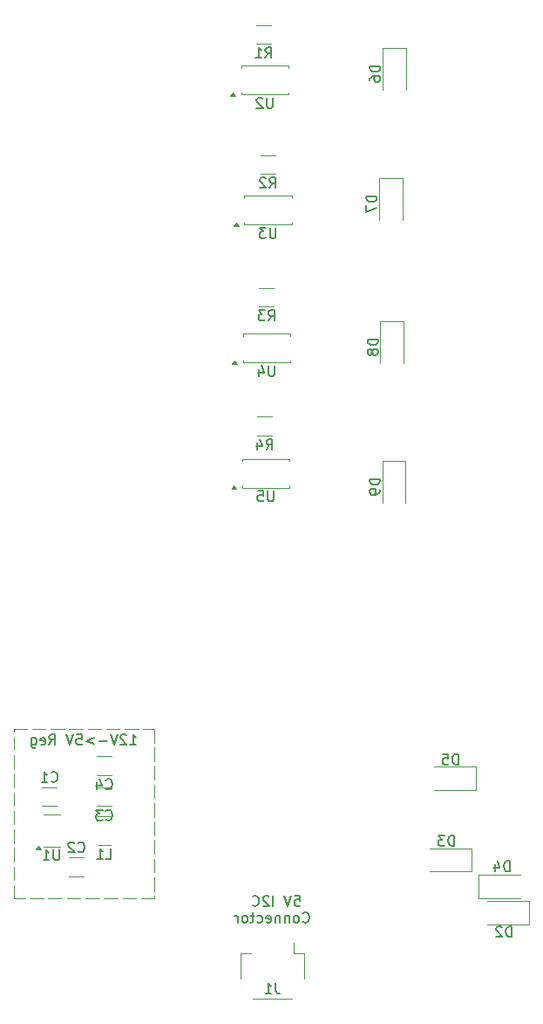
<source format=gbr>
%TF.GenerationSoftware,KiCad,Pcbnew,8.0.5*%
%TF.CreationDate,2024-09-29T21:47:55-04:00*%
%TF.ProjectId,BREAD_Slice,42524541-445f-4536-9c69-63652e6b6963,rev?*%
%TF.SameCoordinates,PX74eba40PY8552dc0*%
%TF.FileFunction,Legend,Bot*%
%TF.FilePolarity,Positive*%
%FSLAX46Y46*%
G04 Gerber Fmt 4.6, Leading zero omitted, Abs format (unit mm)*
G04 Created by KiCad (PCBNEW 8.0.5) date 2024-09-29 21:47:55*
%MOMM*%
%LPD*%
G01*
G04 APERTURE LIST*
%ADD10C,0.120000*%
%ADD11C,0.150000*%
G04 APERTURE END LIST*
D10*
X2450000Y26913000D02*
X3770000Y26913000D01*
X4250000Y26913000D02*
X5570000Y26913000D01*
X6050000Y26913000D02*
X7370000Y26913000D01*
X7850000Y26913000D02*
X9170000Y26913000D01*
X9650000Y26913000D02*
X10970000Y26913000D01*
X11450000Y26913000D02*
X12770000Y26913000D01*
X13250000Y26913000D02*
X14570000Y26913000D01*
X15050000Y26913000D02*
X16150000Y26913000D01*
X16150000Y26913000D02*
X16150000Y25593000D01*
X16150000Y25113000D02*
X16150000Y23793000D01*
X16150000Y23313000D02*
X16150000Y21993000D01*
X16150000Y21513000D02*
X16150000Y20193000D01*
X16150000Y19713000D02*
X16150000Y18393000D01*
X16150000Y17913000D02*
X16150000Y16593000D01*
X16150000Y16113000D02*
X16150000Y14793000D01*
X16150000Y14313000D02*
X16150000Y12993000D01*
X16150000Y12513000D02*
X16150000Y11193000D01*
X16150000Y10713000D02*
X16150000Y10445000D01*
X16150000Y10445000D02*
X14830000Y10445000D01*
X14350000Y10445000D02*
X13030000Y10445000D01*
X12550000Y10445000D02*
X11230000Y10445000D01*
X10750000Y10445000D02*
X9430000Y10445000D01*
X8950000Y10445000D02*
X7630000Y10445000D01*
X7150000Y10445000D02*
X5830000Y10445000D01*
X5350000Y10445000D02*
X4030000Y10445000D01*
X3550000Y10445000D02*
X2450000Y10445000D01*
X2450000Y10445000D02*
X2450000Y11765000D01*
X2450000Y12245000D02*
X2450000Y13565000D01*
X2450000Y14045000D02*
X2450000Y15365000D01*
X2450000Y15845000D02*
X2450000Y17165000D01*
X2450000Y17645000D02*
X2450000Y18965000D01*
X2450000Y19445000D02*
X2450000Y20765000D01*
X2450000Y21245000D02*
X2450000Y22565000D01*
X2450000Y23045000D02*
X2450000Y24365000D01*
X2450000Y24845000D02*
X2450000Y26165000D01*
X2450000Y26645000D02*
X2450000Y26913000D01*
D11*
X13773809Y25375181D02*
X14345237Y25375181D01*
X14059523Y25375181D02*
X14059523Y26375181D01*
X14059523Y26375181D02*
X14154761Y26232324D01*
X14154761Y26232324D02*
X14249999Y26137086D01*
X14249999Y26137086D02*
X14345237Y26089467D01*
X13392856Y26279943D02*
X13345237Y26327562D01*
X13345237Y26327562D02*
X13249999Y26375181D01*
X13249999Y26375181D02*
X13011904Y26375181D01*
X13011904Y26375181D02*
X12916666Y26327562D01*
X12916666Y26327562D02*
X12869047Y26279943D01*
X12869047Y26279943D02*
X12821428Y26184705D01*
X12821428Y26184705D02*
X12821428Y26089467D01*
X12821428Y26089467D02*
X12869047Y25946610D01*
X12869047Y25946610D02*
X13440475Y25375181D01*
X13440475Y25375181D02*
X12821428Y25375181D01*
X12535713Y26375181D02*
X12202380Y25375181D01*
X12202380Y25375181D02*
X11869047Y26375181D01*
X11535713Y25756134D02*
X10773809Y25756134D01*
X10297618Y26041848D02*
X9535714Y25756134D01*
X9535714Y25756134D02*
X10297618Y25470420D01*
X8583333Y26375181D02*
X9059523Y26375181D01*
X9059523Y26375181D02*
X9107142Y25898991D01*
X9107142Y25898991D02*
X9059523Y25946610D01*
X9059523Y25946610D02*
X8964285Y25994229D01*
X8964285Y25994229D02*
X8726190Y25994229D01*
X8726190Y25994229D02*
X8630952Y25946610D01*
X8630952Y25946610D02*
X8583333Y25898991D01*
X8583333Y25898991D02*
X8535714Y25803753D01*
X8535714Y25803753D02*
X8535714Y25565658D01*
X8535714Y25565658D02*
X8583333Y25470420D01*
X8583333Y25470420D02*
X8630952Y25422800D01*
X8630952Y25422800D02*
X8726190Y25375181D01*
X8726190Y25375181D02*
X8964285Y25375181D01*
X8964285Y25375181D02*
X9059523Y25422800D01*
X9059523Y25422800D02*
X9107142Y25470420D01*
X8249999Y26375181D02*
X7916666Y25375181D01*
X7916666Y25375181D02*
X7583333Y26375181D01*
X5916666Y25375181D02*
X6249999Y25851372D01*
X6488094Y25375181D02*
X6488094Y26375181D01*
X6488094Y26375181D02*
X6107142Y26375181D01*
X6107142Y26375181D02*
X6011904Y26327562D01*
X6011904Y26327562D02*
X5964285Y26279943D01*
X5964285Y26279943D02*
X5916666Y26184705D01*
X5916666Y26184705D02*
X5916666Y26041848D01*
X5916666Y26041848D02*
X5964285Y25946610D01*
X5964285Y25946610D02*
X6011904Y25898991D01*
X6011904Y25898991D02*
X6107142Y25851372D01*
X6107142Y25851372D02*
X6488094Y25851372D01*
X5107142Y25422800D02*
X5202380Y25375181D01*
X5202380Y25375181D02*
X5392856Y25375181D01*
X5392856Y25375181D02*
X5488094Y25422800D01*
X5488094Y25422800D02*
X5535713Y25518039D01*
X5535713Y25518039D02*
X5535713Y25898991D01*
X5535713Y25898991D02*
X5488094Y25994229D01*
X5488094Y25994229D02*
X5392856Y26041848D01*
X5392856Y26041848D02*
X5202380Y26041848D01*
X5202380Y26041848D02*
X5107142Y25994229D01*
X5107142Y25994229D02*
X5059523Y25898991D01*
X5059523Y25898991D02*
X5059523Y25803753D01*
X5059523Y25803753D02*
X5535713Y25708515D01*
X4202380Y26041848D02*
X4202380Y25232324D01*
X4202380Y25232324D02*
X4249999Y25137086D01*
X4249999Y25137086D02*
X4297618Y25089467D01*
X4297618Y25089467D02*
X4392856Y25041848D01*
X4392856Y25041848D02*
X4535713Y25041848D01*
X4535713Y25041848D02*
X4630951Y25089467D01*
X4202380Y25422800D02*
X4297618Y25375181D01*
X4297618Y25375181D02*
X4488094Y25375181D01*
X4488094Y25375181D02*
X4583332Y25422800D01*
X4583332Y25422800D02*
X4630951Y25470420D01*
X4630951Y25470420D02*
X4678570Y25565658D01*
X4678570Y25565658D02*
X4678570Y25851372D01*
X4678570Y25851372D02*
X4630951Y25946610D01*
X4630951Y25946610D02*
X4583332Y25994229D01*
X4583332Y25994229D02*
X4488094Y26041848D01*
X4488094Y26041848D02*
X4297618Y26041848D01*
X4297618Y26041848D02*
X4202380Y25994229D01*
X29764666Y10740125D02*
X30240856Y10740125D01*
X30240856Y10740125D02*
X30288475Y10263935D01*
X30288475Y10263935D02*
X30240856Y10311554D01*
X30240856Y10311554D02*
X30145618Y10359173D01*
X30145618Y10359173D02*
X29907523Y10359173D01*
X29907523Y10359173D02*
X29812285Y10311554D01*
X29812285Y10311554D02*
X29764666Y10263935D01*
X29764666Y10263935D02*
X29717047Y10168697D01*
X29717047Y10168697D02*
X29717047Y9930602D01*
X29717047Y9930602D02*
X29764666Y9835364D01*
X29764666Y9835364D02*
X29812285Y9787744D01*
X29812285Y9787744D02*
X29907523Y9740125D01*
X29907523Y9740125D02*
X30145618Y9740125D01*
X30145618Y9740125D02*
X30240856Y9787744D01*
X30240856Y9787744D02*
X30288475Y9835364D01*
X29431332Y10740125D02*
X29097999Y9740125D01*
X29097999Y9740125D02*
X28764666Y10740125D01*
X27669427Y9740125D02*
X27669427Y10740125D01*
X27240856Y10644887D02*
X27193237Y10692506D01*
X27193237Y10692506D02*
X27097999Y10740125D01*
X27097999Y10740125D02*
X26859904Y10740125D01*
X26859904Y10740125D02*
X26764666Y10692506D01*
X26764666Y10692506D02*
X26717047Y10644887D01*
X26717047Y10644887D02*
X26669428Y10549649D01*
X26669428Y10549649D02*
X26669428Y10454411D01*
X26669428Y10454411D02*
X26717047Y10311554D01*
X26717047Y10311554D02*
X27288475Y9740125D01*
X27288475Y9740125D02*
X26669428Y9740125D01*
X25669428Y9835364D02*
X25717047Y9787744D01*
X25717047Y9787744D02*
X25859904Y9740125D01*
X25859904Y9740125D02*
X25955142Y9740125D01*
X25955142Y9740125D02*
X26097999Y9787744D01*
X26097999Y9787744D02*
X26193237Y9882983D01*
X26193237Y9882983D02*
X26240856Y9978221D01*
X26240856Y9978221D02*
X26288475Y10168697D01*
X26288475Y10168697D02*
X26288475Y10311554D01*
X26288475Y10311554D02*
X26240856Y10502030D01*
X26240856Y10502030D02*
X26193237Y10597268D01*
X26193237Y10597268D02*
X26097999Y10692506D01*
X26097999Y10692506D02*
X25955142Y10740125D01*
X25955142Y10740125D02*
X25859904Y10740125D01*
X25859904Y10740125D02*
X25717047Y10692506D01*
X25717047Y10692506D02*
X25669428Y10644887D01*
X30550381Y8225420D02*
X30598000Y8177800D01*
X30598000Y8177800D02*
X30740857Y8130181D01*
X30740857Y8130181D02*
X30836095Y8130181D01*
X30836095Y8130181D02*
X30978952Y8177800D01*
X30978952Y8177800D02*
X31074190Y8273039D01*
X31074190Y8273039D02*
X31121809Y8368277D01*
X31121809Y8368277D02*
X31169428Y8558753D01*
X31169428Y8558753D02*
X31169428Y8701610D01*
X31169428Y8701610D02*
X31121809Y8892086D01*
X31121809Y8892086D02*
X31074190Y8987324D01*
X31074190Y8987324D02*
X30978952Y9082562D01*
X30978952Y9082562D02*
X30836095Y9130181D01*
X30836095Y9130181D02*
X30740857Y9130181D01*
X30740857Y9130181D02*
X30598000Y9082562D01*
X30598000Y9082562D02*
X30550381Y9034943D01*
X29978952Y8130181D02*
X30074190Y8177800D01*
X30074190Y8177800D02*
X30121809Y8225420D01*
X30121809Y8225420D02*
X30169428Y8320658D01*
X30169428Y8320658D02*
X30169428Y8606372D01*
X30169428Y8606372D02*
X30121809Y8701610D01*
X30121809Y8701610D02*
X30074190Y8749229D01*
X30074190Y8749229D02*
X29978952Y8796848D01*
X29978952Y8796848D02*
X29836095Y8796848D01*
X29836095Y8796848D02*
X29740857Y8749229D01*
X29740857Y8749229D02*
X29693238Y8701610D01*
X29693238Y8701610D02*
X29645619Y8606372D01*
X29645619Y8606372D02*
X29645619Y8320658D01*
X29645619Y8320658D02*
X29693238Y8225420D01*
X29693238Y8225420D02*
X29740857Y8177800D01*
X29740857Y8177800D02*
X29836095Y8130181D01*
X29836095Y8130181D02*
X29978952Y8130181D01*
X29217047Y8796848D02*
X29217047Y8130181D01*
X29217047Y8701610D02*
X29169428Y8749229D01*
X29169428Y8749229D02*
X29074190Y8796848D01*
X29074190Y8796848D02*
X28931333Y8796848D01*
X28931333Y8796848D02*
X28836095Y8749229D01*
X28836095Y8749229D02*
X28788476Y8653991D01*
X28788476Y8653991D02*
X28788476Y8130181D01*
X28312285Y8796848D02*
X28312285Y8130181D01*
X28312285Y8701610D02*
X28264666Y8749229D01*
X28264666Y8749229D02*
X28169428Y8796848D01*
X28169428Y8796848D02*
X28026571Y8796848D01*
X28026571Y8796848D02*
X27931333Y8749229D01*
X27931333Y8749229D02*
X27883714Y8653991D01*
X27883714Y8653991D02*
X27883714Y8130181D01*
X27026571Y8177800D02*
X27121809Y8130181D01*
X27121809Y8130181D02*
X27312285Y8130181D01*
X27312285Y8130181D02*
X27407523Y8177800D01*
X27407523Y8177800D02*
X27455142Y8273039D01*
X27455142Y8273039D02*
X27455142Y8653991D01*
X27455142Y8653991D02*
X27407523Y8749229D01*
X27407523Y8749229D02*
X27312285Y8796848D01*
X27312285Y8796848D02*
X27121809Y8796848D01*
X27121809Y8796848D02*
X27026571Y8749229D01*
X27026571Y8749229D02*
X26978952Y8653991D01*
X26978952Y8653991D02*
X26978952Y8558753D01*
X26978952Y8558753D02*
X27455142Y8463515D01*
X26121809Y8177800D02*
X26217047Y8130181D01*
X26217047Y8130181D02*
X26407523Y8130181D01*
X26407523Y8130181D02*
X26502761Y8177800D01*
X26502761Y8177800D02*
X26550380Y8225420D01*
X26550380Y8225420D02*
X26597999Y8320658D01*
X26597999Y8320658D02*
X26597999Y8606372D01*
X26597999Y8606372D02*
X26550380Y8701610D01*
X26550380Y8701610D02*
X26502761Y8749229D01*
X26502761Y8749229D02*
X26407523Y8796848D01*
X26407523Y8796848D02*
X26217047Y8796848D01*
X26217047Y8796848D02*
X26121809Y8749229D01*
X25836094Y8796848D02*
X25455142Y8796848D01*
X25693237Y9130181D02*
X25693237Y8273039D01*
X25693237Y8273039D02*
X25645618Y8177800D01*
X25645618Y8177800D02*
X25550380Y8130181D01*
X25550380Y8130181D02*
X25455142Y8130181D01*
X24978951Y8130181D02*
X25074189Y8177800D01*
X25074189Y8177800D02*
X25121808Y8225420D01*
X25121808Y8225420D02*
X25169427Y8320658D01*
X25169427Y8320658D02*
X25169427Y8606372D01*
X25169427Y8606372D02*
X25121808Y8701610D01*
X25121808Y8701610D02*
X25074189Y8749229D01*
X25074189Y8749229D02*
X24978951Y8796848D01*
X24978951Y8796848D02*
X24836094Y8796848D01*
X24836094Y8796848D02*
X24740856Y8749229D01*
X24740856Y8749229D02*
X24693237Y8701610D01*
X24693237Y8701610D02*
X24645618Y8606372D01*
X24645618Y8606372D02*
X24645618Y8320658D01*
X24645618Y8320658D02*
X24693237Y8225420D01*
X24693237Y8225420D02*
X24740856Y8177800D01*
X24740856Y8177800D02*
X24836094Y8130181D01*
X24836094Y8130181D02*
X24978951Y8130181D01*
X24217046Y8130181D02*
X24217046Y8796848D01*
X24217046Y8606372D02*
X24169427Y8701610D01*
X24169427Y8701610D02*
X24121808Y8749229D01*
X24121808Y8749229D02*
X24026570Y8796848D01*
X24026570Y8796848D02*
X23931332Y8796848D01*
X45638094Y23465181D02*
X45638094Y24465181D01*
X45638094Y24465181D02*
X45399999Y24465181D01*
X45399999Y24465181D02*
X45257142Y24417562D01*
X45257142Y24417562D02*
X45161904Y24322324D01*
X45161904Y24322324D02*
X45114285Y24227086D01*
X45114285Y24227086D02*
X45066666Y24036610D01*
X45066666Y24036610D02*
X45066666Y23893753D01*
X45066666Y23893753D02*
X45114285Y23703277D01*
X45114285Y23703277D02*
X45161904Y23608039D01*
X45161904Y23608039D02*
X45257142Y23512800D01*
X45257142Y23512800D02*
X45399999Y23465181D01*
X45399999Y23465181D02*
X45638094Y23465181D01*
X44161904Y24465181D02*
X44638094Y24465181D01*
X44638094Y24465181D02*
X44685713Y23988991D01*
X44685713Y23988991D02*
X44638094Y24036610D01*
X44638094Y24036610D02*
X44542856Y24084229D01*
X44542856Y24084229D02*
X44304761Y24084229D01*
X44304761Y24084229D02*
X44209523Y24036610D01*
X44209523Y24036610D02*
X44161904Y23988991D01*
X44161904Y23988991D02*
X44114285Y23893753D01*
X44114285Y23893753D02*
X44114285Y23655658D01*
X44114285Y23655658D02*
X44161904Y23560420D01*
X44161904Y23560420D02*
X44209523Y23512800D01*
X44209523Y23512800D02*
X44304761Y23465181D01*
X44304761Y23465181D02*
X44542856Y23465181D01*
X44542856Y23465181D02*
X44638094Y23512800D01*
X44638094Y23512800D02*
X44685713Y23560420D01*
X27915904Y75510181D02*
X27915904Y74700658D01*
X27915904Y74700658D02*
X27868285Y74605420D01*
X27868285Y74605420D02*
X27820666Y74557800D01*
X27820666Y74557800D02*
X27725428Y74510181D01*
X27725428Y74510181D02*
X27534952Y74510181D01*
X27534952Y74510181D02*
X27439714Y74557800D01*
X27439714Y74557800D02*
X27392095Y74605420D01*
X27392095Y74605420D02*
X27344476Y74700658D01*
X27344476Y74700658D02*
X27344476Y75510181D01*
X26963523Y75510181D02*
X26344476Y75510181D01*
X26344476Y75510181D02*
X26677809Y75129229D01*
X26677809Y75129229D02*
X26534952Y75129229D01*
X26534952Y75129229D02*
X26439714Y75081610D01*
X26439714Y75081610D02*
X26392095Y75033991D01*
X26392095Y75033991D02*
X26344476Y74938753D01*
X26344476Y74938753D02*
X26344476Y74700658D01*
X26344476Y74700658D02*
X26392095Y74605420D01*
X26392095Y74605420D02*
X26439714Y74557800D01*
X26439714Y74557800D02*
X26534952Y74510181D01*
X26534952Y74510181D02*
X26820666Y74510181D01*
X26820666Y74510181D02*
X26915904Y74557800D01*
X26915904Y74557800D02*
X26963523Y74605420D01*
X50838094Y6745181D02*
X50838094Y7745181D01*
X50838094Y7745181D02*
X50599999Y7745181D01*
X50599999Y7745181D02*
X50457142Y7697562D01*
X50457142Y7697562D02*
X50361904Y7602324D01*
X50361904Y7602324D02*
X50314285Y7507086D01*
X50314285Y7507086D02*
X50266666Y7316610D01*
X50266666Y7316610D02*
X50266666Y7173753D01*
X50266666Y7173753D02*
X50314285Y6983277D01*
X50314285Y6983277D02*
X50361904Y6888039D01*
X50361904Y6888039D02*
X50457142Y6792800D01*
X50457142Y6792800D02*
X50599999Y6745181D01*
X50599999Y6745181D02*
X50838094Y6745181D01*
X49885713Y7649943D02*
X49838094Y7697562D01*
X49838094Y7697562D02*
X49742856Y7745181D01*
X49742856Y7745181D02*
X49504761Y7745181D01*
X49504761Y7745181D02*
X49409523Y7697562D01*
X49409523Y7697562D02*
X49361904Y7649943D01*
X49361904Y7649943D02*
X49314285Y7554705D01*
X49314285Y7554705D02*
X49314285Y7459467D01*
X49314285Y7459467D02*
X49361904Y7316610D01*
X49361904Y7316610D02*
X49933332Y6745181D01*
X49933332Y6745181D02*
X49314285Y6745181D01*
X27788904Y62132181D02*
X27788904Y61322658D01*
X27788904Y61322658D02*
X27741285Y61227420D01*
X27741285Y61227420D02*
X27693666Y61179800D01*
X27693666Y61179800D02*
X27598428Y61132181D01*
X27598428Y61132181D02*
X27407952Y61132181D01*
X27407952Y61132181D02*
X27312714Y61179800D01*
X27312714Y61179800D02*
X27265095Y61227420D01*
X27265095Y61227420D02*
X27217476Y61322658D01*
X27217476Y61322658D02*
X27217476Y62132181D01*
X26312714Y61798848D02*
X26312714Y61132181D01*
X26550809Y62179800D02*
X26788904Y61465515D01*
X26788904Y61465515D02*
X26169857Y61465515D01*
X27921333Y2245181D02*
X27921333Y1530896D01*
X27921333Y1530896D02*
X27968952Y1388039D01*
X27968952Y1388039D02*
X28064190Y1292800D01*
X28064190Y1292800D02*
X28207047Y1245181D01*
X28207047Y1245181D02*
X28302285Y1245181D01*
X26921333Y1245181D02*
X27492761Y1245181D01*
X27207047Y1245181D02*
X27207047Y2245181D01*
X27207047Y2245181D02*
X27302285Y2102324D01*
X27302285Y2102324D02*
X27397523Y2007086D01*
X27397523Y2007086D02*
X27492761Y1959467D01*
X27626904Y88124181D02*
X27626904Y87314658D01*
X27626904Y87314658D02*
X27579285Y87219420D01*
X27579285Y87219420D02*
X27531666Y87171800D01*
X27531666Y87171800D02*
X27436428Y87124181D01*
X27436428Y87124181D02*
X27245952Y87124181D01*
X27245952Y87124181D02*
X27150714Y87171800D01*
X27150714Y87171800D02*
X27103095Y87219420D01*
X27103095Y87219420D02*
X27055476Y87314658D01*
X27055476Y87314658D02*
X27055476Y88124181D01*
X26626904Y88028943D02*
X26579285Y88076562D01*
X26579285Y88076562D02*
X26484047Y88124181D01*
X26484047Y88124181D02*
X26245952Y88124181D01*
X26245952Y88124181D02*
X26150714Y88076562D01*
X26150714Y88076562D02*
X26103095Y88028943D01*
X26103095Y88028943D02*
X26055476Y87933705D01*
X26055476Y87933705D02*
X26055476Y87838467D01*
X26055476Y87838467D02*
X26103095Y87695610D01*
X26103095Y87695610D02*
X26674523Y87124181D01*
X26674523Y87124181D02*
X26055476Y87124181D01*
X6116666Y21835420D02*
X6164285Y21787800D01*
X6164285Y21787800D02*
X6307142Y21740181D01*
X6307142Y21740181D02*
X6402380Y21740181D01*
X6402380Y21740181D02*
X6545237Y21787800D01*
X6545237Y21787800D02*
X6640475Y21883039D01*
X6640475Y21883039D02*
X6688094Y21978277D01*
X6688094Y21978277D02*
X6735713Y22168753D01*
X6735713Y22168753D02*
X6735713Y22311610D01*
X6735713Y22311610D02*
X6688094Y22502086D01*
X6688094Y22502086D02*
X6640475Y22597324D01*
X6640475Y22597324D02*
X6545237Y22692562D01*
X6545237Y22692562D02*
X6402380Y22740181D01*
X6402380Y22740181D02*
X6307142Y22740181D01*
X6307142Y22740181D02*
X6164285Y22692562D01*
X6164285Y22692562D02*
X6116666Y22644943D01*
X5164285Y21740181D02*
X5735713Y21740181D01*
X5449999Y21740181D02*
X5449999Y22740181D01*
X5449999Y22740181D02*
X5545237Y22597324D01*
X5545237Y22597324D02*
X5640475Y22502086D01*
X5640475Y22502086D02*
X5735713Y22454467D01*
X37853819Y64702095D02*
X36853819Y64702095D01*
X36853819Y64702095D02*
X36853819Y64464000D01*
X36853819Y64464000D02*
X36901438Y64321143D01*
X36901438Y64321143D02*
X36996676Y64225905D01*
X36996676Y64225905D02*
X37091914Y64178286D01*
X37091914Y64178286D02*
X37282390Y64130667D01*
X37282390Y64130667D02*
X37425247Y64130667D01*
X37425247Y64130667D02*
X37615723Y64178286D01*
X37615723Y64178286D02*
X37710961Y64225905D01*
X37710961Y64225905D02*
X37806200Y64321143D01*
X37806200Y64321143D02*
X37853819Y64464000D01*
X37853819Y64464000D02*
X37853819Y64702095D01*
X37282390Y63559238D02*
X37234771Y63654476D01*
X37234771Y63654476D02*
X37187152Y63702095D01*
X37187152Y63702095D02*
X37091914Y63749714D01*
X37091914Y63749714D02*
X37044295Y63749714D01*
X37044295Y63749714D02*
X36949057Y63702095D01*
X36949057Y63702095D02*
X36901438Y63654476D01*
X36901438Y63654476D02*
X36853819Y63559238D01*
X36853819Y63559238D02*
X36853819Y63368762D01*
X36853819Y63368762D02*
X36901438Y63273524D01*
X36901438Y63273524D02*
X36949057Y63225905D01*
X36949057Y63225905D02*
X37044295Y63178286D01*
X37044295Y63178286D02*
X37091914Y63178286D01*
X37091914Y63178286D02*
X37187152Y63225905D01*
X37187152Y63225905D02*
X37234771Y63273524D01*
X37234771Y63273524D02*
X37282390Y63368762D01*
X37282390Y63368762D02*
X37282390Y63559238D01*
X37282390Y63559238D02*
X37330009Y63654476D01*
X37330009Y63654476D02*
X37377628Y63702095D01*
X37377628Y63702095D02*
X37472866Y63749714D01*
X37472866Y63749714D02*
X37663342Y63749714D01*
X37663342Y63749714D02*
X37758580Y63702095D01*
X37758580Y63702095D02*
X37806200Y63654476D01*
X37806200Y63654476D02*
X37853819Y63559238D01*
X37853819Y63559238D02*
X37853819Y63368762D01*
X37853819Y63368762D02*
X37806200Y63273524D01*
X37806200Y63273524D02*
X37758580Y63225905D01*
X37758580Y63225905D02*
X37663342Y63178286D01*
X37663342Y63178286D02*
X37472866Y63178286D01*
X37472866Y63178286D02*
X37377628Y63225905D01*
X37377628Y63225905D02*
X37330009Y63273524D01*
X37330009Y63273524D02*
X37282390Y63368762D01*
X38042819Y51162095D02*
X37042819Y51162095D01*
X37042819Y51162095D02*
X37042819Y50924000D01*
X37042819Y50924000D02*
X37090438Y50781143D01*
X37090438Y50781143D02*
X37185676Y50685905D01*
X37185676Y50685905D02*
X37280914Y50638286D01*
X37280914Y50638286D02*
X37471390Y50590667D01*
X37471390Y50590667D02*
X37614247Y50590667D01*
X37614247Y50590667D02*
X37804723Y50638286D01*
X37804723Y50638286D02*
X37899961Y50685905D01*
X37899961Y50685905D02*
X37995200Y50781143D01*
X37995200Y50781143D02*
X38042819Y50924000D01*
X38042819Y50924000D02*
X38042819Y51162095D01*
X38042819Y50114476D02*
X38042819Y49924000D01*
X38042819Y49924000D02*
X37995200Y49828762D01*
X37995200Y49828762D02*
X37947580Y49781143D01*
X37947580Y49781143D02*
X37804723Y49685905D01*
X37804723Y49685905D02*
X37614247Y49638286D01*
X37614247Y49638286D02*
X37233295Y49638286D01*
X37233295Y49638286D02*
X37138057Y49685905D01*
X37138057Y49685905D02*
X37090438Y49733524D01*
X37090438Y49733524D02*
X37042819Y49828762D01*
X37042819Y49828762D02*
X37042819Y50019238D01*
X37042819Y50019238D02*
X37090438Y50114476D01*
X37090438Y50114476D02*
X37138057Y50162095D01*
X37138057Y50162095D02*
X37233295Y50209714D01*
X37233295Y50209714D02*
X37471390Y50209714D01*
X37471390Y50209714D02*
X37566628Y50162095D01*
X37566628Y50162095D02*
X37614247Y50114476D01*
X37614247Y50114476D02*
X37661866Y50019238D01*
X37661866Y50019238D02*
X37661866Y49828762D01*
X37661866Y49828762D02*
X37614247Y49733524D01*
X37614247Y49733524D02*
X37566628Y49685905D01*
X37566628Y49685905D02*
X37471390Y49638286D01*
X6911904Y15190181D02*
X6911904Y14380658D01*
X6911904Y14380658D02*
X6864285Y14285420D01*
X6864285Y14285420D02*
X6816666Y14237800D01*
X6816666Y14237800D02*
X6721428Y14190181D01*
X6721428Y14190181D02*
X6530952Y14190181D01*
X6530952Y14190181D02*
X6435714Y14237800D01*
X6435714Y14237800D02*
X6388095Y14285420D01*
X6388095Y14285420D02*
X6340476Y14380658D01*
X6340476Y14380658D02*
X6340476Y15190181D01*
X5340476Y14190181D02*
X5911904Y14190181D01*
X5626190Y14190181D02*
X5626190Y15190181D01*
X5626190Y15190181D02*
X5721428Y15047324D01*
X5721428Y15047324D02*
X5816666Y14952086D01*
X5816666Y14952086D02*
X5911904Y14904467D01*
X45238094Y15565181D02*
X45238094Y16565181D01*
X45238094Y16565181D02*
X44999999Y16565181D01*
X44999999Y16565181D02*
X44857142Y16517562D01*
X44857142Y16517562D02*
X44761904Y16422324D01*
X44761904Y16422324D02*
X44714285Y16327086D01*
X44714285Y16327086D02*
X44666666Y16136610D01*
X44666666Y16136610D02*
X44666666Y15993753D01*
X44666666Y15993753D02*
X44714285Y15803277D01*
X44714285Y15803277D02*
X44761904Y15708039D01*
X44761904Y15708039D02*
X44857142Y15612800D01*
X44857142Y15612800D02*
X44999999Y15565181D01*
X44999999Y15565181D02*
X45238094Y15565181D01*
X44333332Y16565181D02*
X43714285Y16565181D01*
X43714285Y16565181D02*
X44047618Y16184229D01*
X44047618Y16184229D02*
X43904761Y16184229D01*
X43904761Y16184229D02*
X43809523Y16136610D01*
X43809523Y16136610D02*
X43761904Y16088991D01*
X43761904Y16088991D02*
X43714285Y15993753D01*
X43714285Y15993753D02*
X43714285Y15755658D01*
X43714285Y15755658D02*
X43761904Y15660420D01*
X43761904Y15660420D02*
X43809523Y15612800D01*
X43809523Y15612800D02*
X43904761Y15565181D01*
X43904761Y15565181D02*
X44190475Y15565181D01*
X44190475Y15565181D02*
X44285713Y15612800D01*
X44285713Y15612800D02*
X44333332Y15660420D01*
X27320666Y79385181D02*
X27653999Y79861372D01*
X27892094Y79385181D02*
X27892094Y80385181D01*
X27892094Y80385181D02*
X27511142Y80385181D01*
X27511142Y80385181D02*
X27415904Y80337562D01*
X27415904Y80337562D02*
X27368285Y80289943D01*
X27368285Y80289943D02*
X27320666Y80194705D01*
X27320666Y80194705D02*
X27320666Y80051848D01*
X27320666Y80051848D02*
X27368285Y79956610D01*
X27368285Y79956610D02*
X27415904Y79908991D01*
X27415904Y79908991D02*
X27511142Y79861372D01*
X27511142Y79861372D02*
X27892094Y79861372D01*
X26939713Y80289943D02*
X26892094Y80337562D01*
X26892094Y80337562D02*
X26796856Y80385181D01*
X26796856Y80385181D02*
X26558761Y80385181D01*
X26558761Y80385181D02*
X26463523Y80337562D01*
X26463523Y80337562D02*
X26415904Y80289943D01*
X26415904Y80289943D02*
X26368285Y80194705D01*
X26368285Y80194705D02*
X26368285Y80099467D01*
X26368285Y80099467D02*
X26415904Y79956610D01*
X26415904Y79956610D02*
X26987332Y79385181D01*
X26987332Y79385181D02*
X26368285Y79385181D01*
X27193666Y66515181D02*
X27526999Y66991372D01*
X27765094Y66515181D02*
X27765094Y67515181D01*
X27765094Y67515181D02*
X27384142Y67515181D01*
X27384142Y67515181D02*
X27288904Y67467562D01*
X27288904Y67467562D02*
X27241285Y67419943D01*
X27241285Y67419943D02*
X27193666Y67324705D01*
X27193666Y67324705D02*
X27193666Y67181848D01*
X27193666Y67181848D02*
X27241285Y67086610D01*
X27241285Y67086610D02*
X27288904Y67038991D01*
X27288904Y67038991D02*
X27384142Y66991372D01*
X27384142Y66991372D02*
X27765094Y66991372D01*
X26860332Y67515181D02*
X26241285Y67515181D01*
X26241285Y67515181D02*
X26574618Y67134229D01*
X26574618Y67134229D02*
X26431761Y67134229D01*
X26431761Y67134229D02*
X26336523Y67086610D01*
X26336523Y67086610D02*
X26288904Y67038991D01*
X26288904Y67038991D02*
X26241285Y66943753D01*
X26241285Y66943753D02*
X26241285Y66705658D01*
X26241285Y66705658D02*
X26288904Y66610420D01*
X26288904Y66610420D02*
X26336523Y66562800D01*
X26336523Y66562800D02*
X26431761Y66515181D01*
X26431761Y66515181D02*
X26717475Y66515181D01*
X26717475Y66515181D02*
X26812713Y66562800D01*
X26812713Y66562800D02*
X26860332Y66610420D01*
X37726819Y78588095D02*
X36726819Y78588095D01*
X36726819Y78588095D02*
X36726819Y78350000D01*
X36726819Y78350000D02*
X36774438Y78207143D01*
X36774438Y78207143D02*
X36869676Y78111905D01*
X36869676Y78111905D02*
X36964914Y78064286D01*
X36964914Y78064286D02*
X37155390Y78016667D01*
X37155390Y78016667D02*
X37298247Y78016667D01*
X37298247Y78016667D02*
X37488723Y78064286D01*
X37488723Y78064286D02*
X37583961Y78111905D01*
X37583961Y78111905D02*
X37679200Y78207143D01*
X37679200Y78207143D02*
X37726819Y78350000D01*
X37726819Y78350000D02*
X37726819Y78588095D01*
X36726819Y77683333D02*
X36726819Y77016667D01*
X36726819Y77016667D02*
X37726819Y77445238D01*
X8716666Y15035420D02*
X8764285Y14987800D01*
X8764285Y14987800D02*
X8907142Y14940181D01*
X8907142Y14940181D02*
X9002380Y14940181D01*
X9002380Y14940181D02*
X9145237Y14987800D01*
X9145237Y14987800D02*
X9240475Y15083039D01*
X9240475Y15083039D02*
X9288094Y15178277D01*
X9288094Y15178277D02*
X9335713Y15368753D01*
X9335713Y15368753D02*
X9335713Y15511610D01*
X9335713Y15511610D02*
X9288094Y15702086D01*
X9288094Y15702086D02*
X9240475Y15797324D01*
X9240475Y15797324D02*
X9145237Y15892562D01*
X9145237Y15892562D02*
X9002380Y15940181D01*
X9002380Y15940181D02*
X8907142Y15940181D01*
X8907142Y15940181D02*
X8764285Y15892562D01*
X8764285Y15892562D02*
X8716666Y15844943D01*
X8335713Y15844943D02*
X8288094Y15892562D01*
X8288094Y15892562D02*
X8192856Y15940181D01*
X8192856Y15940181D02*
X7954761Y15940181D01*
X7954761Y15940181D02*
X7859523Y15892562D01*
X7859523Y15892562D02*
X7811904Y15844943D01*
X7811904Y15844943D02*
X7764285Y15749705D01*
X7764285Y15749705D02*
X7764285Y15654467D01*
X7764285Y15654467D02*
X7811904Y15511610D01*
X7811904Y15511610D02*
X8383332Y14940181D01*
X8383332Y14940181D02*
X7764285Y14940181D01*
X38072819Y91202095D02*
X37072819Y91202095D01*
X37072819Y91202095D02*
X37072819Y90964000D01*
X37072819Y90964000D02*
X37120438Y90821143D01*
X37120438Y90821143D02*
X37215676Y90725905D01*
X37215676Y90725905D02*
X37310914Y90678286D01*
X37310914Y90678286D02*
X37501390Y90630667D01*
X37501390Y90630667D02*
X37644247Y90630667D01*
X37644247Y90630667D02*
X37834723Y90678286D01*
X37834723Y90678286D02*
X37929961Y90725905D01*
X37929961Y90725905D02*
X38025200Y90821143D01*
X38025200Y90821143D02*
X38072819Y90964000D01*
X38072819Y90964000D02*
X38072819Y91202095D01*
X37072819Y89773524D02*
X37072819Y89964000D01*
X37072819Y89964000D02*
X37120438Y90059238D01*
X37120438Y90059238D02*
X37168057Y90106857D01*
X37168057Y90106857D02*
X37310914Y90202095D01*
X37310914Y90202095D02*
X37501390Y90249714D01*
X37501390Y90249714D02*
X37882342Y90249714D01*
X37882342Y90249714D02*
X37977580Y90202095D01*
X37977580Y90202095D02*
X38025200Y90154476D01*
X38025200Y90154476D02*
X38072819Y90059238D01*
X38072819Y90059238D02*
X38072819Y89868762D01*
X38072819Y89868762D02*
X38025200Y89773524D01*
X38025200Y89773524D02*
X37977580Y89725905D01*
X37977580Y89725905D02*
X37882342Y89678286D01*
X37882342Y89678286D02*
X37644247Y89678286D01*
X37644247Y89678286D02*
X37549009Y89725905D01*
X37549009Y89725905D02*
X37501390Y89773524D01*
X37501390Y89773524D02*
X37453771Y89868762D01*
X37453771Y89868762D02*
X37453771Y90059238D01*
X37453771Y90059238D02*
X37501390Y90154476D01*
X37501390Y90154476D02*
X37549009Y90202095D01*
X37549009Y90202095D02*
X37644247Y90249714D01*
X11416666Y18135420D02*
X11464285Y18087800D01*
X11464285Y18087800D02*
X11607142Y18040181D01*
X11607142Y18040181D02*
X11702380Y18040181D01*
X11702380Y18040181D02*
X11845237Y18087800D01*
X11845237Y18087800D02*
X11940475Y18183039D01*
X11940475Y18183039D02*
X11988094Y18278277D01*
X11988094Y18278277D02*
X12035713Y18468753D01*
X12035713Y18468753D02*
X12035713Y18611610D01*
X12035713Y18611610D02*
X11988094Y18802086D01*
X11988094Y18802086D02*
X11940475Y18897324D01*
X11940475Y18897324D02*
X11845237Y18992562D01*
X11845237Y18992562D02*
X11702380Y19040181D01*
X11702380Y19040181D02*
X11607142Y19040181D01*
X11607142Y19040181D02*
X11464285Y18992562D01*
X11464285Y18992562D02*
X11416666Y18944943D01*
X11083332Y19040181D02*
X10464285Y19040181D01*
X10464285Y19040181D02*
X10797618Y18659229D01*
X10797618Y18659229D02*
X10654761Y18659229D01*
X10654761Y18659229D02*
X10559523Y18611610D01*
X10559523Y18611610D02*
X10511904Y18563991D01*
X10511904Y18563991D02*
X10464285Y18468753D01*
X10464285Y18468753D02*
X10464285Y18230658D01*
X10464285Y18230658D02*
X10511904Y18135420D01*
X10511904Y18135420D02*
X10559523Y18087800D01*
X10559523Y18087800D02*
X10654761Y18040181D01*
X10654761Y18040181D02*
X10940475Y18040181D01*
X10940475Y18040181D02*
X11035713Y18087800D01*
X11035713Y18087800D02*
X11083332Y18135420D01*
X27001666Y53991181D02*
X27334999Y54467372D01*
X27573094Y53991181D02*
X27573094Y54991181D01*
X27573094Y54991181D02*
X27192142Y54991181D01*
X27192142Y54991181D02*
X27096904Y54943562D01*
X27096904Y54943562D02*
X27049285Y54895943D01*
X27049285Y54895943D02*
X27001666Y54800705D01*
X27001666Y54800705D02*
X27001666Y54657848D01*
X27001666Y54657848D02*
X27049285Y54562610D01*
X27049285Y54562610D02*
X27096904Y54514991D01*
X27096904Y54514991D02*
X27192142Y54467372D01*
X27192142Y54467372D02*
X27573094Y54467372D01*
X26144523Y54657848D02*
X26144523Y53991181D01*
X26382618Y55038800D02*
X26620713Y54324515D01*
X26620713Y54324515D02*
X26001666Y54324515D01*
X11416666Y21135420D02*
X11464285Y21087800D01*
X11464285Y21087800D02*
X11607142Y21040181D01*
X11607142Y21040181D02*
X11702380Y21040181D01*
X11702380Y21040181D02*
X11845237Y21087800D01*
X11845237Y21087800D02*
X11940475Y21183039D01*
X11940475Y21183039D02*
X11988094Y21278277D01*
X11988094Y21278277D02*
X12035713Y21468753D01*
X12035713Y21468753D02*
X12035713Y21611610D01*
X12035713Y21611610D02*
X11988094Y21802086D01*
X11988094Y21802086D02*
X11940475Y21897324D01*
X11940475Y21897324D02*
X11845237Y21992562D01*
X11845237Y21992562D02*
X11702380Y22040181D01*
X11702380Y22040181D02*
X11607142Y22040181D01*
X11607142Y22040181D02*
X11464285Y21992562D01*
X11464285Y21992562D02*
X11416666Y21944943D01*
X10559523Y21706848D02*
X10559523Y21040181D01*
X10797618Y22087800D02*
X11035713Y21373515D01*
X11035713Y21373515D02*
X10416666Y21373515D01*
X27723904Y49989181D02*
X27723904Y49179658D01*
X27723904Y49179658D02*
X27676285Y49084420D01*
X27676285Y49084420D02*
X27628666Y49036800D01*
X27628666Y49036800D02*
X27533428Y48989181D01*
X27533428Y48989181D02*
X27342952Y48989181D01*
X27342952Y48989181D02*
X27247714Y49036800D01*
X27247714Y49036800D02*
X27200095Y49084420D01*
X27200095Y49084420D02*
X27152476Y49179658D01*
X27152476Y49179658D02*
X27152476Y49989181D01*
X26200095Y49989181D02*
X26676285Y49989181D01*
X26676285Y49989181D02*
X26723904Y49512991D01*
X26723904Y49512991D02*
X26676285Y49560610D01*
X26676285Y49560610D02*
X26581047Y49608229D01*
X26581047Y49608229D02*
X26342952Y49608229D01*
X26342952Y49608229D02*
X26247714Y49560610D01*
X26247714Y49560610D02*
X26200095Y49512991D01*
X26200095Y49512991D02*
X26152476Y49417753D01*
X26152476Y49417753D02*
X26152476Y49179658D01*
X26152476Y49179658D02*
X26200095Y49084420D01*
X26200095Y49084420D02*
X26247714Y49036800D01*
X26247714Y49036800D02*
X26342952Y48989181D01*
X26342952Y48989181D02*
X26581047Y48989181D01*
X26581047Y48989181D02*
X26676285Y49036800D01*
X26676285Y49036800D02*
X26723904Y49084420D01*
X50638094Y13095181D02*
X50638094Y14095181D01*
X50638094Y14095181D02*
X50399999Y14095181D01*
X50399999Y14095181D02*
X50257142Y14047562D01*
X50257142Y14047562D02*
X50161904Y13952324D01*
X50161904Y13952324D02*
X50114285Y13857086D01*
X50114285Y13857086D02*
X50066666Y13666610D01*
X50066666Y13666610D02*
X50066666Y13523753D01*
X50066666Y13523753D02*
X50114285Y13333277D01*
X50114285Y13333277D02*
X50161904Y13238039D01*
X50161904Y13238039D02*
X50257142Y13142800D01*
X50257142Y13142800D02*
X50399999Y13095181D01*
X50399999Y13095181D02*
X50638094Y13095181D01*
X49209523Y13761848D02*
X49209523Y13095181D01*
X49447618Y14142800D02*
X49685713Y13428515D01*
X49685713Y13428515D02*
X49066666Y13428515D01*
X11416666Y14310181D02*
X11892856Y14310181D01*
X11892856Y14310181D02*
X11892856Y15310181D01*
X10559523Y14310181D02*
X11130951Y14310181D01*
X10845237Y14310181D02*
X10845237Y15310181D01*
X10845237Y15310181D02*
X10940475Y15167324D01*
X10940475Y15167324D02*
X11035713Y15072086D01*
X11035713Y15072086D02*
X11130951Y15024467D01*
X26904666Y91999181D02*
X27237999Y92475372D01*
X27476094Y91999181D02*
X27476094Y92999181D01*
X27476094Y92999181D02*
X27095142Y92999181D01*
X27095142Y92999181D02*
X26999904Y92951562D01*
X26999904Y92951562D02*
X26952285Y92903943D01*
X26952285Y92903943D02*
X26904666Y92808705D01*
X26904666Y92808705D02*
X26904666Y92665848D01*
X26904666Y92665848D02*
X26952285Y92570610D01*
X26952285Y92570610D02*
X26999904Y92522991D01*
X26999904Y92522991D02*
X27095142Y92475372D01*
X27095142Y92475372D02*
X27476094Y92475372D01*
X25952285Y91999181D02*
X26523713Y91999181D01*
X26237999Y91999181D02*
X26237999Y92999181D01*
X26237999Y92999181D02*
X26333237Y92856324D01*
X26333237Y92856324D02*
X26428475Y92761086D01*
X26428475Y92761086D02*
X26523713Y92713467D01*
D10*
%TO.C,D5*%
X43300000Y20965000D02*
X47360000Y20965000D01*
X47360000Y23235000D02*
X43300000Y23235000D01*
X47360000Y20965000D02*
X47360000Y23235000D01*
%TO.C,U3*%
X24844000Y78625000D02*
X27154000Y78625000D01*
X24844000Y78410000D02*
X24844000Y78625000D01*
X24844000Y76020000D02*
X24844000Y75805000D01*
X24844000Y75805000D02*
X27154000Y75805000D01*
X29464000Y78625000D02*
X27154000Y78625000D01*
X29464000Y78410000D02*
X29464000Y78625000D01*
X29464000Y76020000D02*
X29464000Y75805000D01*
X29464000Y75805000D02*
X27154000Y75805000D01*
X24294000Y75690000D02*
X23814000Y75690000D01*
X24054000Y76020000D01*
X24294000Y75690000D01*
G36*
X24294000Y75690000D02*
G01*
X23814000Y75690000D01*
X24054000Y76020000D01*
X24294000Y75690000D01*
G37*
%TO.C,D2*%
X48500000Y7965000D02*
X52560000Y7965000D01*
X52560000Y10235000D02*
X48500000Y10235000D01*
X52560000Y7965000D02*
X52560000Y10235000D01*
%TO.C,U4*%
X24717000Y65247000D02*
X27027000Y65247000D01*
X24717000Y65032000D02*
X24717000Y65247000D01*
X24717000Y62642000D02*
X24717000Y62427000D01*
X24717000Y62427000D02*
X27027000Y62427000D01*
X29337000Y65247000D02*
X27027000Y65247000D01*
X29337000Y65032000D02*
X29337000Y65247000D01*
X29337000Y62642000D02*
X29337000Y62427000D01*
X29337000Y62427000D02*
X27027000Y62427000D01*
X24167000Y62312000D02*
X23687000Y62312000D01*
X23927000Y62642000D01*
X24167000Y62312000D01*
G36*
X24167000Y62312000D02*
G01*
X23687000Y62312000D01*
X23927000Y62642000D01*
X24167000Y62312000D01*
G37*
%TO.C,J1*%
X24488000Y5185000D02*
X25538000Y5185000D01*
X24488000Y2685000D02*
X24488000Y5185000D01*
X29538000Y715000D02*
X25658000Y715000D01*
X29658000Y5185000D02*
X29658000Y6175000D01*
X30708000Y5185000D02*
X29658000Y5185000D01*
X30708000Y2685000D02*
X30708000Y5185000D01*
%TO.C,U2*%
X24555000Y91239000D02*
X26865000Y91239000D01*
X24555000Y91024000D02*
X24555000Y91239000D01*
X24555000Y88634000D02*
X24555000Y88419000D01*
X24555000Y88419000D02*
X26865000Y88419000D01*
X29175000Y91239000D02*
X26865000Y91239000D01*
X29175000Y91024000D02*
X29175000Y91239000D01*
X29175000Y88634000D02*
X29175000Y88419000D01*
X29175000Y88419000D02*
X26865000Y88419000D01*
X24005000Y88304000D02*
X23525000Y88304000D01*
X23765000Y88634000D01*
X24005000Y88304000D01*
G36*
X24005000Y88304000D02*
G01*
X23525000Y88304000D01*
X23765000Y88634000D01*
X24005000Y88304000D01*
G37*
%TO.C,C1*%
X5238748Y21255000D02*
X6661252Y21255000D01*
X5238748Y19435000D02*
X6661252Y19435000D01*
%TO.C,D8*%
X38084000Y66424000D02*
X38084000Y62364000D01*
X40354000Y66424000D02*
X38084000Y66424000D01*
X40354000Y62364000D02*
X40354000Y66424000D01*
%TO.C,D9*%
X38273000Y52884000D02*
X38273000Y48824000D01*
X40543000Y52884000D02*
X38273000Y52884000D01*
X40543000Y48824000D02*
X40543000Y52884000D01*
%TO.C,U1*%
X5350000Y18605000D02*
X6150000Y18605000D01*
X5350000Y15485000D02*
X6150000Y15485000D01*
X6950000Y18605000D02*
X6150000Y18605000D01*
X6950000Y15485000D02*
X6150000Y15485000D01*
X5090000Y15205000D02*
X4610000Y15205000D01*
X4850000Y15535000D01*
X5090000Y15205000D01*
G36*
X5090000Y15205000D02*
G01*
X4610000Y15205000D01*
X4850000Y15535000D01*
X5090000Y15205000D01*
G37*
%TO.C,D3*%
X42900000Y13065000D02*
X46960000Y13065000D01*
X46960000Y15335000D02*
X42900000Y15335000D01*
X46960000Y13065000D02*
X46960000Y15335000D01*
%TO.C,R2*%
X27881064Y82570000D02*
X26426936Y82570000D01*
X27881064Y80750000D02*
X26426936Y80750000D01*
%TO.C,R3*%
X27754064Y69700000D02*
X26299936Y69700000D01*
X27754064Y67880000D02*
X26299936Y67880000D01*
%TO.C,D7*%
X37957000Y80310000D02*
X37957000Y76250000D01*
X40227000Y80310000D02*
X37957000Y80310000D01*
X40227000Y76250000D02*
X40227000Y80310000D01*
%TO.C,C2*%
X7838748Y14455000D02*
X9261252Y14455000D01*
X7838748Y12635000D02*
X9261252Y12635000D01*
%TO.C,D6*%
X38303000Y92924000D02*
X38303000Y88864000D01*
X40573000Y92924000D02*
X38303000Y92924000D01*
X40573000Y88864000D02*
X40573000Y92924000D01*
%TO.C,C3*%
X11961252Y21255000D02*
X10538748Y21255000D01*
X11961252Y19435000D02*
X10538748Y19435000D01*
%TO.C,R4*%
X27562064Y57176000D02*
X26107936Y57176000D01*
X27562064Y55356000D02*
X26107936Y55356000D01*
%TO.C,C4*%
X11961252Y24255000D02*
X10538748Y24255000D01*
X11961252Y22435000D02*
X10538748Y22435000D01*
%TO.C,U5*%
X24652000Y53104000D02*
X26962000Y53104000D01*
X24652000Y52889000D02*
X24652000Y53104000D01*
X24652000Y50499000D02*
X24652000Y50284000D01*
X24652000Y50284000D02*
X26962000Y50284000D01*
X29272000Y53104000D02*
X26962000Y53104000D01*
X29272000Y52889000D02*
X29272000Y53104000D01*
X29272000Y50499000D02*
X29272000Y50284000D01*
X29272000Y50284000D02*
X26962000Y50284000D01*
X24102000Y50169000D02*
X23622000Y50169000D01*
X23862000Y50499000D01*
X24102000Y50169000D01*
G36*
X24102000Y50169000D02*
G01*
X23622000Y50169000D01*
X23862000Y50499000D01*
X24102000Y50169000D01*
G37*
%TO.C,D4*%
X47602500Y10515000D02*
X51662500Y10515000D01*
X47602500Y12785000D02*
X47602500Y10515000D01*
X51662500Y12785000D02*
X47602500Y12785000D01*
%TO.C,L1*%
X11852064Y18405000D02*
X10647936Y18405000D01*
X11852064Y15685000D02*
X10647936Y15685000D01*
%TO.C,R1*%
X27465064Y95184000D02*
X26010936Y95184000D01*
X27465064Y93364000D02*
X26010936Y93364000D01*
%TD*%
M02*

</source>
